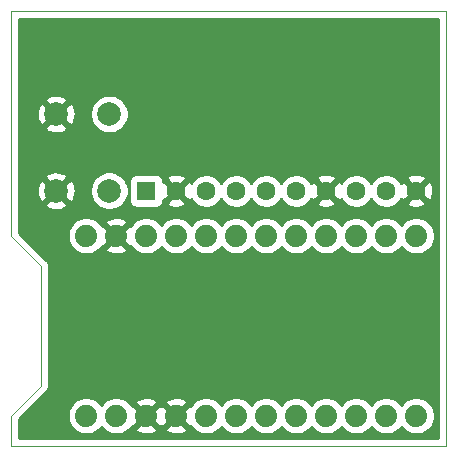
<source format=gbr>
G04 #@! TF.GenerationSoftware,KiCad,Pcbnew,5.1.5+dfsg1-2build2*
G04 #@! TF.CreationDate,2021-01-24T16:59:37+01:00*
G04 #@! TF.ProjectId,edtracker,65647472-6163-46b6-9572-2e6b69636164,rev?*
G04 #@! TF.SameCoordinates,Original*
G04 #@! TF.FileFunction,Copper,L2,Bot*
G04 #@! TF.FilePolarity,Positive*
%FSLAX46Y46*%
G04 Gerber Fmt 4.6, Leading zero omitted, Abs format (unit mm)*
G04 Created by KiCad (PCBNEW 5.1.5+dfsg1-2build2) date 2021-01-24 16:59:37*
%MOMM*%
%LPD*%
G04 APERTURE LIST*
%ADD10C,0.050000*%
%ADD11C,1.600000*%
%ADD12R,1.600000X1.600000*%
%ADD13C,1.879600*%
%ADD14C,2.000000*%
%ADD15C,0.254000*%
%ADD16C,0.350000*%
G04 APERTURE END LIST*
D10*
X140970000Y-100330000D02*
X140970000Y-119380000D01*
X177800000Y-100330000D02*
X140970000Y-100330000D01*
X177800000Y-137160000D02*
X177800000Y-100330000D01*
X140970000Y-137160000D02*
X177800000Y-137160000D01*
X140970000Y-134620000D02*
X140970000Y-137160000D01*
X143510000Y-132080000D02*
X140970000Y-134620000D01*
X143510000Y-121920000D02*
X143510000Y-132080000D01*
X140970000Y-119380000D02*
X143510000Y-121920000D01*
D11*
X175260000Y-115570000D03*
X172720000Y-115570000D03*
X170180000Y-115570000D03*
X167640000Y-115570000D03*
X165100000Y-115570000D03*
X162560000Y-115570000D03*
X160020000Y-115570000D03*
X157480000Y-115570000D03*
X154940000Y-115570000D03*
D12*
X152400000Y-115570000D03*
D13*
X147320000Y-119380000D03*
X149860000Y-119380000D03*
X152400000Y-119380000D03*
X154940000Y-119380000D03*
X157480000Y-119380000D03*
X160020000Y-119380000D03*
X162560000Y-119380000D03*
X165100000Y-119380000D03*
X167640000Y-119380000D03*
X170180000Y-119380000D03*
X172720000Y-119380000D03*
X175260000Y-119380000D03*
X175260000Y-134620000D03*
X172720000Y-134620000D03*
X170180000Y-134620000D03*
X167640000Y-134620000D03*
X165100000Y-134620000D03*
X162560000Y-134620000D03*
X160020000Y-134620000D03*
X157480000Y-134620000D03*
X154940000Y-134620000D03*
X152400000Y-134620000D03*
X149860000Y-134620000D03*
X147320000Y-134620000D03*
D14*
X144780000Y-109070000D03*
X149280000Y-109070000D03*
X144780000Y-115570000D03*
X149280000Y-115570000D03*
D15*
G36*
X177140000Y-136500000D02*
G01*
X141630000Y-136500000D01*
X141630000Y-134893380D01*
X142058484Y-134464896D01*
X145745200Y-134464896D01*
X145745200Y-134775104D01*
X145805718Y-135079352D01*
X145924430Y-135365948D01*
X146096773Y-135623877D01*
X146316123Y-135843227D01*
X146574052Y-136015570D01*
X146860648Y-136134282D01*
X147164896Y-136194800D01*
X147475104Y-136194800D01*
X147779352Y-136134282D01*
X148065948Y-136015570D01*
X148323877Y-135843227D01*
X148543227Y-135623877D01*
X148590000Y-135553876D01*
X148636773Y-135623877D01*
X148856123Y-135843227D01*
X149114052Y-136015570D01*
X149400648Y-136134282D01*
X149704896Y-136194800D01*
X150015104Y-136194800D01*
X150319352Y-136134282D01*
X150605948Y-136015570D01*
X150863877Y-135843227D01*
X150994628Y-135712476D01*
X151487129Y-135712476D01*
X151575623Y-135970723D01*
X151854976Y-136105597D01*
X152155275Y-136183381D01*
X152464977Y-136201084D01*
X152772184Y-136158027D01*
X153065086Y-136055865D01*
X153224377Y-135970723D01*
X153312871Y-135712476D01*
X154027129Y-135712476D01*
X154115623Y-135970723D01*
X154394976Y-136105597D01*
X154695275Y-136183381D01*
X155004977Y-136201084D01*
X155312184Y-136158027D01*
X155605086Y-136055865D01*
X155764377Y-135970723D01*
X155852871Y-135712476D01*
X154940000Y-134799605D01*
X154027129Y-135712476D01*
X153312871Y-135712476D01*
X152400000Y-134799605D01*
X151487129Y-135712476D01*
X150994628Y-135712476D01*
X151083227Y-135623877D01*
X151174495Y-135487286D01*
X151307524Y-135532871D01*
X152220395Y-134620000D01*
X152579605Y-134620000D01*
X153492476Y-135532871D01*
X153670000Y-135472039D01*
X153847524Y-135532871D01*
X154760395Y-134620000D01*
X155119605Y-134620000D01*
X156032476Y-135532871D01*
X156165505Y-135487286D01*
X156256773Y-135623877D01*
X156476123Y-135843227D01*
X156734052Y-136015570D01*
X157020648Y-136134282D01*
X157324896Y-136194800D01*
X157635104Y-136194800D01*
X157939352Y-136134282D01*
X158225948Y-136015570D01*
X158483877Y-135843227D01*
X158703227Y-135623877D01*
X158750000Y-135553876D01*
X158796773Y-135623877D01*
X159016123Y-135843227D01*
X159274052Y-136015570D01*
X159560648Y-136134282D01*
X159864896Y-136194800D01*
X160175104Y-136194800D01*
X160479352Y-136134282D01*
X160765948Y-136015570D01*
X161023877Y-135843227D01*
X161243227Y-135623877D01*
X161290000Y-135553876D01*
X161336773Y-135623877D01*
X161556123Y-135843227D01*
X161814052Y-136015570D01*
X162100648Y-136134282D01*
X162404896Y-136194800D01*
X162715104Y-136194800D01*
X163019352Y-136134282D01*
X163305948Y-136015570D01*
X163563877Y-135843227D01*
X163783227Y-135623877D01*
X163830000Y-135553876D01*
X163876773Y-135623877D01*
X164096123Y-135843227D01*
X164354052Y-136015570D01*
X164640648Y-136134282D01*
X164944896Y-136194800D01*
X165255104Y-136194800D01*
X165559352Y-136134282D01*
X165845948Y-136015570D01*
X166103877Y-135843227D01*
X166323227Y-135623877D01*
X166370000Y-135553876D01*
X166416773Y-135623877D01*
X166636123Y-135843227D01*
X166894052Y-136015570D01*
X167180648Y-136134282D01*
X167484896Y-136194800D01*
X167795104Y-136194800D01*
X168099352Y-136134282D01*
X168385948Y-136015570D01*
X168643877Y-135843227D01*
X168863227Y-135623877D01*
X168910000Y-135553876D01*
X168956773Y-135623877D01*
X169176123Y-135843227D01*
X169434052Y-136015570D01*
X169720648Y-136134282D01*
X170024896Y-136194800D01*
X170335104Y-136194800D01*
X170639352Y-136134282D01*
X170925948Y-136015570D01*
X171183877Y-135843227D01*
X171403227Y-135623877D01*
X171450000Y-135553876D01*
X171496773Y-135623877D01*
X171716123Y-135843227D01*
X171974052Y-136015570D01*
X172260648Y-136134282D01*
X172564896Y-136194800D01*
X172875104Y-136194800D01*
X173179352Y-136134282D01*
X173465948Y-136015570D01*
X173723877Y-135843227D01*
X173943227Y-135623877D01*
X173990000Y-135553876D01*
X174036773Y-135623877D01*
X174256123Y-135843227D01*
X174514052Y-136015570D01*
X174800648Y-136134282D01*
X175104896Y-136194800D01*
X175415104Y-136194800D01*
X175719352Y-136134282D01*
X176005948Y-136015570D01*
X176263877Y-135843227D01*
X176483227Y-135623877D01*
X176655570Y-135365948D01*
X176774282Y-135079352D01*
X176834800Y-134775104D01*
X176834800Y-134464896D01*
X176774282Y-134160648D01*
X176655570Y-133874052D01*
X176483227Y-133616123D01*
X176263877Y-133396773D01*
X176005948Y-133224430D01*
X175719352Y-133105718D01*
X175415104Y-133045200D01*
X175104896Y-133045200D01*
X174800648Y-133105718D01*
X174514052Y-133224430D01*
X174256123Y-133396773D01*
X174036773Y-133616123D01*
X173990000Y-133686124D01*
X173943227Y-133616123D01*
X173723877Y-133396773D01*
X173465948Y-133224430D01*
X173179352Y-133105718D01*
X172875104Y-133045200D01*
X172564896Y-133045200D01*
X172260648Y-133105718D01*
X171974052Y-133224430D01*
X171716123Y-133396773D01*
X171496773Y-133616123D01*
X171450000Y-133686124D01*
X171403227Y-133616123D01*
X171183877Y-133396773D01*
X170925948Y-133224430D01*
X170639352Y-133105718D01*
X170335104Y-133045200D01*
X170024896Y-133045200D01*
X169720648Y-133105718D01*
X169434052Y-133224430D01*
X169176123Y-133396773D01*
X168956773Y-133616123D01*
X168910000Y-133686124D01*
X168863227Y-133616123D01*
X168643877Y-133396773D01*
X168385948Y-133224430D01*
X168099352Y-133105718D01*
X167795104Y-133045200D01*
X167484896Y-133045200D01*
X167180648Y-133105718D01*
X166894052Y-133224430D01*
X166636123Y-133396773D01*
X166416773Y-133616123D01*
X166370000Y-133686124D01*
X166323227Y-133616123D01*
X166103877Y-133396773D01*
X165845948Y-133224430D01*
X165559352Y-133105718D01*
X165255104Y-133045200D01*
X164944896Y-133045200D01*
X164640648Y-133105718D01*
X164354052Y-133224430D01*
X164096123Y-133396773D01*
X163876773Y-133616123D01*
X163830000Y-133686124D01*
X163783227Y-133616123D01*
X163563877Y-133396773D01*
X163305948Y-133224430D01*
X163019352Y-133105718D01*
X162715104Y-133045200D01*
X162404896Y-133045200D01*
X162100648Y-133105718D01*
X161814052Y-133224430D01*
X161556123Y-133396773D01*
X161336773Y-133616123D01*
X161290000Y-133686124D01*
X161243227Y-133616123D01*
X161023877Y-133396773D01*
X160765948Y-133224430D01*
X160479352Y-133105718D01*
X160175104Y-133045200D01*
X159864896Y-133045200D01*
X159560648Y-133105718D01*
X159274052Y-133224430D01*
X159016123Y-133396773D01*
X158796773Y-133616123D01*
X158750000Y-133686124D01*
X158703227Y-133616123D01*
X158483877Y-133396773D01*
X158225948Y-133224430D01*
X157939352Y-133105718D01*
X157635104Y-133045200D01*
X157324896Y-133045200D01*
X157020648Y-133105718D01*
X156734052Y-133224430D01*
X156476123Y-133396773D01*
X156256773Y-133616123D01*
X156165505Y-133752714D01*
X156032476Y-133707129D01*
X155119605Y-134620000D01*
X154760395Y-134620000D01*
X153847524Y-133707129D01*
X153670000Y-133767961D01*
X153492476Y-133707129D01*
X152579605Y-134620000D01*
X152220395Y-134620000D01*
X151307524Y-133707129D01*
X151174495Y-133752714D01*
X151083227Y-133616123D01*
X150994628Y-133527524D01*
X151487129Y-133527524D01*
X152400000Y-134440395D01*
X153312871Y-133527524D01*
X154027129Y-133527524D01*
X154940000Y-134440395D01*
X155852871Y-133527524D01*
X155764377Y-133269277D01*
X155485024Y-133134403D01*
X155184725Y-133056619D01*
X154875023Y-133038916D01*
X154567816Y-133081973D01*
X154274914Y-133184135D01*
X154115623Y-133269277D01*
X154027129Y-133527524D01*
X153312871Y-133527524D01*
X153224377Y-133269277D01*
X152945024Y-133134403D01*
X152644725Y-133056619D01*
X152335023Y-133038916D01*
X152027816Y-133081973D01*
X151734914Y-133184135D01*
X151575623Y-133269277D01*
X151487129Y-133527524D01*
X150994628Y-133527524D01*
X150863877Y-133396773D01*
X150605948Y-133224430D01*
X150319352Y-133105718D01*
X150015104Y-133045200D01*
X149704896Y-133045200D01*
X149400648Y-133105718D01*
X149114052Y-133224430D01*
X148856123Y-133396773D01*
X148636773Y-133616123D01*
X148590000Y-133686124D01*
X148543227Y-133616123D01*
X148323877Y-133396773D01*
X148065948Y-133224430D01*
X147779352Y-133105718D01*
X147475104Y-133045200D01*
X147164896Y-133045200D01*
X146860648Y-133105718D01*
X146574052Y-133224430D01*
X146316123Y-133396773D01*
X146096773Y-133616123D01*
X145924430Y-133874052D01*
X145805718Y-134160648D01*
X145745200Y-134464896D01*
X142058484Y-134464896D01*
X143953769Y-132569612D01*
X143978948Y-132548948D01*
X144061425Y-132448450D01*
X144122710Y-132333793D01*
X144160450Y-132209383D01*
X144170000Y-132112419D01*
X144170000Y-132112410D01*
X144173192Y-132080001D01*
X144170000Y-132047592D01*
X144170000Y-121952408D01*
X144173192Y-121919999D01*
X144170000Y-121887590D01*
X144170000Y-121887581D01*
X144160450Y-121790617D01*
X144122710Y-121666207D01*
X144061425Y-121551550D01*
X143978948Y-121451052D01*
X143953770Y-121430389D01*
X141748277Y-119224896D01*
X145745200Y-119224896D01*
X145745200Y-119535104D01*
X145805718Y-119839352D01*
X145924430Y-120125948D01*
X146096773Y-120383877D01*
X146316123Y-120603227D01*
X146574052Y-120775570D01*
X146860648Y-120894282D01*
X147164896Y-120954800D01*
X147475104Y-120954800D01*
X147779352Y-120894282D01*
X148065948Y-120775570D01*
X148323877Y-120603227D01*
X148454628Y-120472476D01*
X148947129Y-120472476D01*
X149035623Y-120730723D01*
X149314976Y-120865597D01*
X149615275Y-120943381D01*
X149924977Y-120961084D01*
X150232184Y-120918027D01*
X150525086Y-120815865D01*
X150684377Y-120730723D01*
X150772871Y-120472476D01*
X149860000Y-119559605D01*
X148947129Y-120472476D01*
X148454628Y-120472476D01*
X148543227Y-120383877D01*
X148634495Y-120247286D01*
X148767524Y-120292871D01*
X149680395Y-119380000D01*
X150039605Y-119380000D01*
X150952476Y-120292871D01*
X151085505Y-120247286D01*
X151176773Y-120383877D01*
X151396123Y-120603227D01*
X151654052Y-120775570D01*
X151940648Y-120894282D01*
X152244896Y-120954800D01*
X152555104Y-120954800D01*
X152859352Y-120894282D01*
X153145948Y-120775570D01*
X153403877Y-120603227D01*
X153623227Y-120383877D01*
X153670000Y-120313876D01*
X153716773Y-120383877D01*
X153936123Y-120603227D01*
X154194052Y-120775570D01*
X154480648Y-120894282D01*
X154784896Y-120954800D01*
X155095104Y-120954800D01*
X155399352Y-120894282D01*
X155685948Y-120775570D01*
X155943877Y-120603227D01*
X156163227Y-120383877D01*
X156210000Y-120313876D01*
X156256773Y-120383877D01*
X156476123Y-120603227D01*
X156734052Y-120775570D01*
X157020648Y-120894282D01*
X157324896Y-120954800D01*
X157635104Y-120954800D01*
X157939352Y-120894282D01*
X158225948Y-120775570D01*
X158483877Y-120603227D01*
X158703227Y-120383877D01*
X158750000Y-120313876D01*
X158796773Y-120383877D01*
X159016123Y-120603227D01*
X159274052Y-120775570D01*
X159560648Y-120894282D01*
X159864896Y-120954800D01*
X160175104Y-120954800D01*
X160479352Y-120894282D01*
X160765948Y-120775570D01*
X161023877Y-120603227D01*
X161243227Y-120383877D01*
X161290000Y-120313876D01*
X161336773Y-120383877D01*
X161556123Y-120603227D01*
X161814052Y-120775570D01*
X162100648Y-120894282D01*
X162404896Y-120954800D01*
X162715104Y-120954800D01*
X163019352Y-120894282D01*
X163305948Y-120775570D01*
X163563877Y-120603227D01*
X163783227Y-120383877D01*
X163830000Y-120313876D01*
X163876773Y-120383877D01*
X164096123Y-120603227D01*
X164354052Y-120775570D01*
X164640648Y-120894282D01*
X164944896Y-120954800D01*
X165255104Y-120954800D01*
X165559352Y-120894282D01*
X165845948Y-120775570D01*
X166103877Y-120603227D01*
X166323227Y-120383877D01*
X166370000Y-120313876D01*
X166416773Y-120383877D01*
X166636123Y-120603227D01*
X166894052Y-120775570D01*
X167180648Y-120894282D01*
X167484896Y-120954800D01*
X167795104Y-120954800D01*
X168099352Y-120894282D01*
X168385948Y-120775570D01*
X168643877Y-120603227D01*
X168863227Y-120383877D01*
X168910000Y-120313876D01*
X168956773Y-120383877D01*
X169176123Y-120603227D01*
X169434052Y-120775570D01*
X169720648Y-120894282D01*
X170024896Y-120954800D01*
X170335104Y-120954800D01*
X170639352Y-120894282D01*
X170925948Y-120775570D01*
X171183877Y-120603227D01*
X171403227Y-120383877D01*
X171450000Y-120313876D01*
X171496773Y-120383877D01*
X171716123Y-120603227D01*
X171974052Y-120775570D01*
X172260648Y-120894282D01*
X172564896Y-120954800D01*
X172875104Y-120954800D01*
X173179352Y-120894282D01*
X173465948Y-120775570D01*
X173723877Y-120603227D01*
X173943227Y-120383877D01*
X173990000Y-120313876D01*
X174036773Y-120383877D01*
X174256123Y-120603227D01*
X174514052Y-120775570D01*
X174800648Y-120894282D01*
X175104896Y-120954800D01*
X175415104Y-120954800D01*
X175719352Y-120894282D01*
X176005948Y-120775570D01*
X176263877Y-120603227D01*
X176483227Y-120383877D01*
X176655570Y-120125948D01*
X176774282Y-119839352D01*
X176834800Y-119535104D01*
X176834800Y-119224896D01*
X176774282Y-118920648D01*
X176655570Y-118634052D01*
X176483227Y-118376123D01*
X176263877Y-118156773D01*
X176005948Y-117984430D01*
X175719352Y-117865718D01*
X175415104Y-117805200D01*
X175104896Y-117805200D01*
X174800648Y-117865718D01*
X174514052Y-117984430D01*
X174256123Y-118156773D01*
X174036773Y-118376123D01*
X173990000Y-118446124D01*
X173943227Y-118376123D01*
X173723877Y-118156773D01*
X173465948Y-117984430D01*
X173179352Y-117865718D01*
X172875104Y-117805200D01*
X172564896Y-117805200D01*
X172260648Y-117865718D01*
X171974052Y-117984430D01*
X171716123Y-118156773D01*
X171496773Y-118376123D01*
X171450000Y-118446124D01*
X171403227Y-118376123D01*
X171183877Y-118156773D01*
X170925948Y-117984430D01*
X170639352Y-117865718D01*
X170335104Y-117805200D01*
X170024896Y-117805200D01*
X169720648Y-117865718D01*
X169434052Y-117984430D01*
X169176123Y-118156773D01*
X168956773Y-118376123D01*
X168910000Y-118446124D01*
X168863227Y-118376123D01*
X168643877Y-118156773D01*
X168385948Y-117984430D01*
X168099352Y-117865718D01*
X167795104Y-117805200D01*
X167484896Y-117805200D01*
X167180648Y-117865718D01*
X166894052Y-117984430D01*
X166636123Y-118156773D01*
X166416773Y-118376123D01*
X166370000Y-118446124D01*
X166323227Y-118376123D01*
X166103877Y-118156773D01*
X165845948Y-117984430D01*
X165559352Y-117865718D01*
X165255104Y-117805200D01*
X164944896Y-117805200D01*
X164640648Y-117865718D01*
X164354052Y-117984430D01*
X164096123Y-118156773D01*
X163876773Y-118376123D01*
X163830000Y-118446124D01*
X163783227Y-118376123D01*
X163563877Y-118156773D01*
X163305948Y-117984430D01*
X163019352Y-117865718D01*
X162715104Y-117805200D01*
X162404896Y-117805200D01*
X162100648Y-117865718D01*
X161814052Y-117984430D01*
X161556123Y-118156773D01*
X161336773Y-118376123D01*
X161290000Y-118446124D01*
X161243227Y-118376123D01*
X161023877Y-118156773D01*
X160765948Y-117984430D01*
X160479352Y-117865718D01*
X160175104Y-117805200D01*
X159864896Y-117805200D01*
X159560648Y-117865718D01*
X159274052Y-117984430D01*
X159016123Y-118156773D01*
X158796773Y-118376123D01*
X158750000Y-118446124D01*
X158703227Y-118376123D01*
X158483877Y-118156773D01*
X158225948Y-117984430D01*
X157939352Y-117865718D01*
X157635104Y-117805200D01*
X157324896Y-117805200D01*
X157020648Y-117865718D01*
X156734052Y-117984430D01*
X156476123Y-118156773D01*
X156256773Y-118376123D01*
X156210000Y-118446124D01*
X156163227Y-118376123D01*
X155943877Y-118156773D01*
X155685948Y-117984430D01*
X155399352Y-117865718D01*
X155095104Y-117805200D01*
X154784896Y-117805200D01*
X154480648Y-117865718D01*
X154194052Y-117984430D01*
X153936123Y-118156773D01*
X153716773Y-118376123D01*
X153670000Y-118446124D01*
X153623227Y-118376123D01*
X153403877Y-118156773D01*
X153145948Y-117984430D01*
X152859352Y-117865718D01*
X152555104Y-117805200D01*
X152244896Y-117805200D01*
X151940648Y-117865718D01*
X151654052Y-117984430D01*
X151396123Y-118156773D01*
X151176773Y-118376123D01*
X151085505Y-118512714D01*
X150952476Y-118467129D01*
X150039605Y-119380000D01*
X149680395Y-119380000D01*
X148767524Y-118467129D01*
X148634495Y-118512714D01*
X148543227Y-118376123D01*
X148454628Y-118287524D01*
X148947129Y-118287524D01*
X149860000Y-119200395D01*
X150772871Y-118287524D01*
X150684377Y-118029277D01*
X150405024Y-117894403D01*
X150104725Y-117816619D01*
X149795023Y-117798916D01*
X149487816Y-117841973D01*
X149194914Y-117944135D01*
X149035623Y-118029277D01*
X148947129Y-118287524D01*
X148454628Y-118287524D01*
X148323877Y-118156773D01*
X148065948Y-117984430D01*
X147779352Y-117865718D01*
X147475104Y-117805200D01*
X147164896Y-117805200D01*
X146860648Y-117865718D01*
X146574052Y-117984430D01*
X146316123Y-118156773D01*
X146096773Y-118376123D01*
X145924430Y-118634052D01*
X145805718Y-118920648D01*
X145745200Y-119224896D01*
X141748277Y-119224896D01*
X141630000Y-119106620D01*
X141630000Y-116705413D01*
X143824192Y-116705413D01*
X143919956Y-116969814D01*
X144209571Y-117110704D01*
X144521108Y-117192384D01*
X144842595Y-117211718D01*
X145161675Y-117167961D01*
X145466088Y-117062795D01*
X145640044Y-116969814D01*
X145735808Y-116705413D01*
X144780000Y-115749605D01*
X143824192Y-116705413D01*
X141630000Y-116705413D01*
X141630000Y-115632595D01*
X143138282Y-115632595D01*
X143182039Y-115951675D01*
X143287205Y-116256088D01*
X143380186Y-116430044D01*
X143644587Y-116525808D01*
X144600395Y-115570000D01*
X144959605Y-115570000D01*
X145915413Y-116525808D01*
X146179814Y-116430044D01*
X146320704Y-116140429D01*
X146402384Y-115828892D01*
X146421718Y-115507405D01*
X146408219Y-115408967D01*
X147645000Y-115408967D01*
X147645000Y-115731033D01*
X147707832Y-116046912D01*
X147831082Y-116344463D01*
X148010013Y-116612252D01*
X148237748Y-116839987D01*
X148505537Y-117018918D01*
X148803088Y-117142168D01*
X149118967Y-117205000D01*
X149441033Y-117205000D01*
X149756912Y-117142168D01*
X150054463Y-117018918D01*
X150322252Y-116839987D01*
X150549987Y-116612252D01*
X150728918Y-116344463D01*
X150852168Y-116046912D01*
X150915000Y-115731033D01*
X150915000Y-115408967D01*
X150852168Y-115093088D01*
X150728918Y-114795537D01*
X150711855Y-114770000D01*
X150961928Y-114770000D01*
X150961928Y-116370000D01*
X150974188Y-116494482D01*
X151010498Y-116614180D01*
X151069463Y-116724494D01*
X151148815Y-116821185D01*
X151245506Y-116900537D01*
X151355820Y-116959502D01*
X151475518Y-116995812D01*
X151600000Y-117008072D01*
X153200000Y-117008072D01*
X153324482Y-116995812D01*
X153444180Y-116959502D01*
X153554494Y-116900537D01*
X153651185Y-116821185D01*
X153730537Y-116724494D01*
X153789502Y-116614180D01*
X153805117Y-116562702D01*
X154126903Y-116562702D01*
X154198486Y-116806671D01*
X154453996Y-116927571D01*
X154728184Y-116996300D01*
X155010512Y-117010217D01*
X155290130Y-116968787D01*
X155556292Y-116873603D01*
X155681514Y-116806671D01*
X155753097Y-116562702D01*
X154940000Y-115749605D01*
X154126903Y-116562702D01*
X153805117Y-116562702D01*
X153825812Y-116494482D01*
X153838072Y-116370000D01*
X153838072Y-116351049D01*
X153947298Y-116383097D01*
X154760395Y-115570000D01*
X155119605Y-115570000D01*
X155932702Y-116383097D01*
X156176671Y-116311514D01*
X156207194Y-116247008D01*
X156208320Y-116249727D01*
X156365363Y-116484759D01*
X156565241Y-116684637D01*
X156800273Y-116841680D01*
X157061426Y-116949853D01*
X157338665Y-117005000D01*
X157621335Y-117005000D01*
X157898574Y-116949853D01*
X158159727Y-116841680D01*
X158394759Y-116684637D01*
X158594637Y-116484759D01*
X158750000Y-116252241D01*
X158905363Y-116484759D01*
X159105241Y-116684637D01*
X159340273Y-116841680D01*
X159601426Y-116949853D01*
X159878665Y-117005000D01*
X160161335Y-117005000D01*
X160438574Y-116949853D01*
X160699727Y-116841680D01*
X160934759Y-116684637D01*
X161134637Y-116484759D01*
X161290000Y-116252241D01*
X161445363Y-116484759D01*
X161645241Y-116684637D01*
X161880273Y-116841680D01*
X162141426Y-116949853D01*
X162418665Y-117005000D01*
X162701335Y-117005000D01*
X162978574Y-116949853D01*
X163239727Y-116841680D01*
X163474759Y-116684637D01*
X163674637Y-116484759D01*
X163830000Y-116252241D01*
X163985363Y-116484759D01*
X164185241Y-116684637D01*
X164420273Y-116841680D01*
X164681426Y-116949853D01*
X164958665Y-117005000D01*
X165241335Y-117005000D01*
X165518574Y-116949853D01*
X165779727Y-116841680D01*
X166014759Y-116684637D01*
X166136694Y-116562702D01*
X166826903Y-116562702D01*
X166898486Y-116806671D01*
X167153996Y-116927571D01*
X167428184Y-116996300D01*
X167710512Y-117010217D01*
X167990130Y-116968787D01*
X168256292Y-116873603D01*
X168381514Y-116806671D01*
X168453097Y-116562702D01*
X167640000Y-115749605D01*
X166826903Y-116562702D01*
X166136694Y-116562702D01*
X166214637Y-116484759D01*
X166370915Y-116250872D01*
X166403329Y-116311514D01*
X166647298Y-116383097D01*
X167460395Y-115570000D01*
X167819605Y-115570000D01*
X168632702Y-116383097D01*
X168876671Y-116311514D01*
X168907194Y-116247008D01*
X168908320Y-116249727D01*
X169065363Y-116484759D01*
X169265241Y-116684637D01*
X169500273Y-116841680D01*
X169761426Y-116949853D01*
X170038665Y-117005000D01*
X170321335Y-117005000D01*
X170598574Y-116949853D01*
X170859727Y-116841680D01*
X171094759Y-116684637D01*
X171294637Y-116484759D01*
X171450000Y-116252241D01*
X171605363Y-116484759D01*
X171805241Y-116684637D01*
X172040273Y-116841680D01*
X172301426Y-116949853D01*
X172578665Y-117005000D01*
X172861335Y-117005000D01*
X173138574Y-116949853D01*
X173399727Y-116841680D01*
X173634759Y-116684637D01*
X173756694Y-116562702D01*
X174446903Y-116562702D01*
X174518486Y-116806671D01*
X174773996Y-116927571D01*
X175048184Y-116996300D01*
X175330512Y-117010217D01*
X175610130Y-116968787D01*
X175876292Y-116873603D01*
X176001514Y-116806671D01*
X176073097Y-116562702D01*
X175260000Y-115749605D01*
X174446903Y-116562702D01*
X173756694Y-116562702D01*
X173834637Y-116484759D01*
X173990915Y-116250872D01*
X174023329Y-116311514D01*
X174267298Y-116383097D01*
X175080395Y-115570000D01*
X175439605Y-115570000D01*
X176252702Y-116383097D01*
X176496671Y-116311514D01*
X176617571Y-116056004D01*
X176686300Y-115781816D01*
X176700217Y-115499488D01*
X176658787Y-115219870D01*
X176563603Y-114953708D01*
X176496671Y-114828486D01*
X176252702Y-114756903D01*
X175439605Y-115570000D01*
X175080395Y-115570000D01*
X174267298Y-114756903D01*
X174023329Y-114828486D01*
X173992806Y-114892992D01*
X173991680Y-114890273D01*
X173834637Y-114655241D01*
X173756694Y-114577298D01*
X174446903Y-114577298D01*
X175260000Y-115390395D01*
X176073097Y-114577298D01*
X176001514Y-114333329D01*
X175746004Y-114212429D01*
X175471816Y-114143700D01*
X175189488Y-114129783D01*
X174909870Y-114171213D01*
X174643708Y-114266397D01*
X174518486Y-114333329D01*
X174446903Y-114577298D01*
X173756694Y-114577298D01*
X173634759Y-114455363D01*
X173399727Y-114298320D01*
X173138574Y-114190147D01*
X172861335Y-114135000D01*
X172578665Y-114135000D01*
X172301426Y-114190147D01*
X172040273Y-114298320D01*
X171805241Y-114455363D01*
X171605363Y-114655241D01*
X171450000Y-114887759D01*
X171294637Y-114655241D01*
X171094759Y-114455363D01*
X170859727Y-114298320D01*
X170598574Y-114190147D01*
X170321335Y-114135000D01*
X170038665Y-114135000D01*
X169761426Y-114190147D01*
X169500273Y-114298320D01*
X169265241Y-114455363D01*
X169065363Y-114655241D01*
X168909085Y-114889128D01*
X168876671Y-114828486D01*
X168632702Y-114756903D01*
X167819605Y-115570000D01*
X167460395Y-115570000D01*
X166647298Y-114756903D01*
X166403329Y-114828486D01*
X166372806Y-114892992D01*
X166371680Y-114890273D01*
X166214637Y-114655241D01*
X166136694Y-114577298D01*
X166826903Y-114577298D01*
X167640000Y-115390395D01*
X168453097Y-114577298D01*
X168381514Y-114333329D01*
X168126004Y-114212429D01*
X167851816Y-114143700D01*
X167569488Y-114129783D01*
X167289870Y-114171213D01*
X167023708Y-114266397D01*
X166898486Y-114333329D01*
X166826903Y-114577298D01*
X166136694Y-114577298D01*
X166014759Y-114455363D01*
X165779727Y-114298320D01*
X165518574Y-114190147D01*
X165241335Y-114135000D01*
X164958665Y-114135000D01*
X164681426Y-114190147D01*
X164420273Y-114298320D01*
X164185241Y-114455363D01*
X163985363Y-114655241D01*
X163830000Y-114887759D01*
X163674637Y-114655241D01*
X163474759Y-114455363D01*
X163239727Y-114298320D01*
X162978574Y-114190147D01*
X162701335Y-114135000D01*
X162418665Y-114135000D01*
X162141426Y-114190147D01*
X161880273Y-114298320D01*
X161645241Y-114455363D01*
X161445363Y-114655241D01*
X161290000Y-114887759D01*
X161134637Y-114655241D01*
X160934759Y-114455363D01*
X160699727Y-114298320D01*
X160438574Y-114190147D01*
X160161335Y-114135000D01*
X159878665Y-114135000D01*
X159601426Y-114190147D01*
X159340273Y-114298320D01*
X159105241Y-114455363D01*
X158905363Y-114655241D01*
X158750000Y-114887759D01*
X158594637Y-114655241D01*
X158394759Y-114455363D01*
X158159727Y-114298320D01*
X157898574Y-114190147D01*
X157621335Y-114135000D01*
X157338665Y-114135000D01*
X157061426Y-114190147D01*
X156800273Y-114298320D01*
X156565241Y-114455363D01*
X156365363Y-114655241D01*
X156209085Y-114889128D01*
X156176671Y-114828486D01*
X155932702Y-114756903D01*
X155119605Y-115570000D01*
X154760395Y-115570000D01*
X153947298Y-114756903D01*
X153838072Y-114788951D01*
X153838072Y-114770000D01*
X153825812Y-114645518D01*
X153805118Y-114577298D01*
X154126903Y-114577298D01*
X154940000Y-115390395D01*
X155753097Y-114577298D01*
X155681514Y-114333329D01*
X155426004Y-114212429D01*
X155151816Y-114143700D01*
X154869488Y-114129783D01*
X154589870Y-114171213D01*
X154323708Y-114266397D01*
X154198486Y-114333329D01*
X154126903Y-114577298D01*
X153805118Y-114577298D01*
X153789502Y-114525820D01*
X153730537Y-114415506D01*
X153651185Y-114318815D01*
X153554494Y-114239463D01*
X153444180Y-114180498D01*
X153324482Y-114144188D01*
X153200000Y-114131928D01*
X151600000Y-114131928D01*
X151475518Y-114144188D01*
X151355820Y-114180498D01*
X151245506Y-114239463D01*
X151148815Y-114318815D01*
X151069463Y-114415506D01*
X151010498Y-114525820D01*
X150974188Y-114645518D01*
X150961928Y-114770000D01*
X150711855Y-114770000D01*
X150549987Y-114527748D01*
X150322252Y-114300013D01*
X150054463Y-114121082D01*
X149756912Y-113997832D01*
X149441033Y-113935000D01*
X149118967Y-113935000D01*
X148803088Y-113997832D01*
X148505537Y-114121082D01*
X148237748Y-114300013D01*
X148010013Y-114527748D01*
X147831082Y-114795537D01*
X147707832Y-115093088D01*
X147645000Y-115408967D01*
X146408219Y-115408967D01*
X146377961Y-115188325D01*
X146272795Y-114883912D01*
X146179814Y-114709956D01*
X145915413Y-114614192D01*
X144959605Y-115570000D01*
X144600395Y-115570000D01*
X143644587Y-114614192D01*
X143380186Y-114709956D01*
X143239296Y-114999571D01*
X143157616Y-115311108D01*
X143138282Y-115632595D01*
X141630000Y-115632595D01*
X141630000Y-114434587D01*
X143824192Y-114434587D01*
X144780000Y-115390395D01*
X145735808Y-114434587D01*
X145640044Y-114170186D01*
X145350429Y-114029296D01*
X145038892Y-113947616D01*
X144717405Y-113928282D01*
X144398325Y-113972039D01*
X144093912Y-114077205D01*
X143919956Y-114170186D01*
X143824192Y-114434587D01*
X141630000Y-114434587D01*
X141630000Y-110205413D01*
X143824192Y-110205413D01*
X143919956Y-110469814D01*
X144209571Y-110610704D01*
X144521108Y-110692384D01*
X144842595Y-110711718D01*
X145161675Y-110667961D01*
X145466088Y-110562795D01*
X145640044Y-110469814D01*
X145735808Y-110205413D01*
X144780000Y-109249605D01*
X143824192Y-110205413D01*
X141630000Y-110205413D01*
X141630000Y-109132595D01*
X143138282Y-109132595D01*
X143182039Y-109451675D01*
X143287205Y-109756088D01*
X143380186Y-109930044D01*
X143644587Y-110025808D01*
X144600395Y-109070000D01*
X144959605Y-109070000D01*
X145915413Y-110025808D01*
X146179814Y-109930044D01*
X146320704Y-109640429D01*
X146402384Y-109328892D01*
X146421718Y-109007405D01*
X146408219Y-108908967D01*
X147645000Y-108908967D01*
X147645000Y-109231033D01*
X147707832Y-109546912D01*
X147831082Y-109844463D01*
X148010013Y-110112252D01*
X148237748Y-110339987D01*
X148505537Y-110518918D01*
X148803088Y-110642168D01*
X149118967Y-110705000D01*
X149441033Y-110705000D01*
X149756912Y-110642168D01*
X150054463Y-110518918D01*
X150322252Y-110339987D01*
X150549987Y-110112252D01*
X150728918Y-109844463D01*
X150852168Y-109546912D01*
X150915000Y-109231033D01*
X150915000Y-108908967D01*
X150852168Y-108593088D01*
X150728918Y-108295537D01*
X150549987Y-108027748D01*
X150322252Y-107800013D01*
X150054463Y-107621082D01*
X149756912Y-107497832D01*
X149441033Y-107435000D01*
X149118967Y-107435000D01*
X148803088Y-107497832D01*
X148505537Y-107621082D01*
X148237748Y-107800013D01*
X148010013Y-108027748D01*
X147831082Y-108295537D01*
X147707832Y-108593088D01*
X147645000Y-108908967D01*
X146408219Y-108908967D01*
X146377961Y-108688325D01*
X146272795Y-108383912D01*
X146179814Y-108209956D01*
X145915413Y-108114192D01*
X144959605Y-109070000D01*
X144600395Y-109070000D01*
X143644587Y-108114192D01*
X143380186Y-108209956D01*
X143239296Y-108499571D01*
X143157616Y-108811108D01*
X143138282Y-109132595D01*
X141630000Y-109132595D01*
X141630000Y-107934587D01*
X143824192Y-107934587D01*
X144780000Y-108890395D01*
X145735808Y-107934587D01*
X145640044Y-107670186D01*
X145350429Y-107529296D01*
X145038892Y-107447616D01*
X144717405Y-107428282D01*
X144398325Y-107472039D01*
X144093912Y-107577205D01*
X143919956Y-107670186D01*
X143824192Y-107934587D01*
X141630000Y-107934587D01*
X141630000Y-100990000D01*
X177140001Y-100990000D01*
X177140000Y-136500000D01*
G37*
X177140000Y-136500000D02*
X141630000Y-136500000D01*
X141630000Y-134893380D01*
X142058484Y-134464896D01*
X145745200Y-134464896D01*
X145745200Y-134775104D01*
X145805718Y-135079352D01*
X145924430Y-135365948D01*
X146096773Y-135623877D01*
X146316123Y-135843227D01*
X146574052Y-136015570D01*
X146860648Y-136134282D01*
X147164896Y-136194800D01*
X147475104Y-136194800D01*
X147779352Y-136134282D01*
X148065948Y-136015570D01*
X148323877Y-135843227D01*
X148543227Y-135623877D01*
X148590000Y-135553876D01*
X148636773Y-135623877D01*
X148856123Y-135843227D01*
X149114052Y-136015570D01*
X149400648Y-136134282D01*
X149704896Y-136194800D01*
X150015104Y-136194800D01*
X150319352Y-136134282D01*
X150605948Y-136015570D01*
X150863877Y-135843227D01*
X150994628Y-135712476D01*
X151487129Y-135712476D01*
X151575623Y-135970723D01*
X151854976Y-136105597D01*
X152155275Y-136183381D01*
X152464977Y-136201084D01*
X152772184Y-136158027D01*
X153065086Y-136055865D01*
X153224377Y-135970723D01*
X153312871Y-135712476D01*
X154027129Y-135712476D01*
X154115623Y-135970723D01*
X154394976Y-136105597D01*
X154695275Y-136183381D01*
X155004977Y-136201084D01*
X155312184Y-136158027D01*
X155605086Y-136055865D01*
X155764377Y-135970723D01*
X155852871Y-135712476D01*
X154940000Y-134799605D01*
X154027129Y-135712476D01*
X153312871Y-135712476D01*
X152400000Y-134799605D01*
X151487129Y-135712476D01*
X150994628Y-135712476D01*
X151083227Y-135623877D01*
X151174495Y-135487286D01*
X151307524Y-135532871D01*
X152220395Y-134620000D01*
X152579605Y-134620000D01*
X153492476Y-135532871D01*
X153670000Y-135472039D01*
X153847524Y-135532871D01*
X154760395Y-134620000D01*
X155119605Y-134620000D01*
X156032476Y-135532871D01*
X156165505Y-135487286D01*
X156256773Y-135623877D01*
X156476123Y-135843227D01*
X156734052Y-136015570D01*
X157020648Y-136134282D01*
X157324896Y-136194800D01*
X157635104Y-136194800D01*
X157939352Y-136134282D01*
X158225948Y-136015570D01*
X158483877Y-135843227D01*
X158703227Y-135623877D01*
X158750000Y-135553876D01*
X158796773Y-135623877D01*
X159016123Y-135843227D01*
X159274052Y-136015570D01*
X159560648Y-136134282D01*
X159864896Y-136194800D01*
X160175104Y-136194800D01*
X160479352Y-136134282D01*
X160765948Y-136015570D01*
X161023877Y-135843227D01*
X161243227Y-135623877D01*
X161290000Y-135553876D01*
X161336773Y-135623877D01*
X161556123Y-135843227D01*
X161814052Y-136015570D01*
X162100648Y-136134282D01*
X162404896Y-136194800D01*
X162715104Y-136194800D01*
X163019352Y-136134282D01*
X163305948Y-136015570D01*
X163563877Y-135843227D01*
X163783227Y-135623877D01*
X163830000Y-135553876D01*
X163876773Y-135623877D01*
X164096123Y-135843227D01*
X164354052Y-136015570D01*
X164640648Y-136134282D01*
X164944896Y-136194800D01*
X165255104Y-136194800D01*
X165559352Y-136134282D01*
X165845948Y-136015570D01*
X166103877Y-135843227D01*
X166323227Y-135623877D01*
X166370000Y-135553876D01*
X166416773Y-135623877D01*
X166636123Y-135843227D01*
X166894052Y-136015570D01*
X167180648Y-136134282D01*
X167484896Y-136194800D01*
X167795104Y-136194800D01*
X168099352Y-136134282D01*
X168385948Y-136015570D01*
X168643877Y-135843227D01*
X168863227Y-135623877D01*
X168910000Y-135553876D01*
X168956773Y-135623877D01*
X169176123Y-135843227D01*
X169434052Y-136015570D01*
X169720648Y-136134282D01*
X170024896Y-136194800D01*
X170335104Y-136194800D01*
X170639352Y-136134282D01*
X170925948Y-136015570D01*
X171183877Y-135843227D01*
X171403227Y-135623877D01*
X171450000Y-135553876D01*
X171496773Y-135623877D01*
X171716123Y-135843227D01*
X171974052Y-136015570D01*
X172260648Y-136134282D01*
X172564896Y-136194800D01*
X172875104Y-136194800D01*
X173179352Y-136134282D01*
X173465948Y-136015570D01*
X173723877Y-135843227D01*
X173943227Y-135623877D01*
X173990000Y-135553876D01*
X174036773Y-135623877D01*
X174256123Y-135843227D01*
X174514052Y-136015570D01*
X174800648Y-136134282D01*
X175104896Y-136194800D01*
X175415104Y-136194800D01*
X175719352Y-136134282D01*
X176005948Y-136015570D01*
X176263877Y-135843227D01*
X176483227Y-135623877D01*
X176655570Y-135365948D01*
X176774282Y-135079352D01*
X176834800Y-134775104D01*
X176834800Y-134464896D01*
X176774282Y-134160648D01*
X176655570Y-133874052D01*
X176483227Y-133616123D01*
X176263877Y-133396773D01*
X176005948Y-133224430D01*
X175719352Y-133105718D01*
X175415104Y-133045200D01*
X175104896Y-133045200D01*
X174800648Y-133105718D01*
X174514052Y-133224430D01*
X174256123Y-133396773D01*
X174036773Y-133616123D01*
X173990000Y-133686124D01*
X173943227Y-133616123D01*
X173723877Y-133396773D01*
X173465948Y-133224430D01*
X173179352Y-133105718D01*
X172875104Y-133045200D01*
X172564896Y-133045200D01*
X172260648Y-133105718D01*
X171974052Y-133224430D01*
X171716123Y-133396773D01*
X171496773Y-133616123D01*
X171450000Y-133686124D01*
X171403227Y-133616123D01*
X171183877Y-133396773D01*
X170925948Y-133224430D01*
X170639352Y-133105718D01*
X170335104Y-133045200D01*
X170024896Y-133045200D01*
X169720648Y-133105718D01*
X169434052Y-133224430D01*
X169176123Y-133396773D01*
X168956773Y-133616123D01*
X168910000Y-133686124D01*
X168863227Y-133616123D01*
X168643877Y-133396773D01*
X168385948Y-133224430D01*
X168099352Y-133105718D01*
X167795104Y-133045200D01*
X167484896Y-133045200D01*
X167180648Y-133105718D01*
X166894052Y-133224430D01*
X166636123Y-133396773D01*
X166416773Y-133616123D01*
X166370000Y-133686124D01*
X166323227Y-133616123D01*
X166103877Y-133396773D01*
X165845948Y-133224430D01*
X165559352Y-133105718D01*
X165255104Y-133045200D01*
X164944896Y-133045200D01*
X164640648Y-133105718D01*
X164354052Y-133224430D01*
X164096123Y-133396773D01*
X163876773Y-133616123D01*
X163830000Y-133686124D01*
X163783227Y-133616123D01*
X163563877Y-133396773D01*
X163305948Y-133224430D01*
X163019352Y-133105718D01*
X162715104Y-133045200D01*
X162404896Y-133045200D01*
X162100648Y-133105718D01*
X161814052Y-133224430D01*
X161556123Y-133396773D01*
X161336773Y-133616123D01*
X161290000Y-133686124D01*
X161243227Y-133616123D01*
X161023877Y-133396773D01*
X160765948Y-133224430D01*
X160479352Y-133105718D01*
X160175104Y-133045200D01*
X159864896Y-133045200D01*
X159560648Y-133105718D01*
X159274052Y-133224430D01*
X159016123Y-133396773D01*
X158796773Y-133616123D01*
X158750000Y-133686124D01*
X158703227Y-133616123D01*
X158483877Y-133396773D01*
X158225948Y-133224430D01*
X157939352Y-133105718D01*
X157635104Y-133045200D01*
X157324896Y-133045200D01*
X157020648Y-133105718D01*
X156734052Y-133224430D01*
X156476123Y-133396773D01*
X156256773Y-133616123D01*
X156165505Y-133752714D01*
X156032476Y-133707129D01*
X155119605Y-134620000D01*
X154760395Y-134620000D01*
X153847524Y-133707129D01*
X153670000Y-133767961D01*
X153492476Y-133707129D01*
X152579605Y-134620000D01*
X152220395Y-134620000D01*
X151307524Y-133707129D01*
X151174495Y-133752714D01*
X151083227Y-133616123D01*
X150994628Y-133527524D01*
X151487129Y-133527524D01*
X152400000Y-134440395D01*
X153312871Y-133527524D01*
X154027129Y-133527524D01*
X154940000Y-134440395D01*
X155852871Y-133527524D01*
X155764377Y-133269277D01*
X155485024Y-133134403D01*
X155184725Y-133056619D01*
X154875023Y-133038916D01*
X154567816Y-133081973D01*
X154274914Y-133184135D01*
X154115623Y-133269277D01*
X154027129Y-133527524D01*
X153312871Y-133527524D01*
X153224377Y-133269277D01*
X152945024Y-133134403D01*
X152644725Y-133056619D01*
X152335023Y-133038916D01*
X152027816Y-133081973D01*
X151734914Y-133184135D01*
X151575623Y-133269277D01*
X151487129Y-133527524D01*
X150994628Y-133527524D01*
X150863877Y-133396773D01*
X150605948Y-133224430D01*
X150319352Y-133105718D01*
X150015104Y-133045200D01*
X149704896Y-133045200D01*
X149400648Y-133105718D01*
X149114052Y-133224430D01*
X148856123Y-133396773D01*
X148636773Y-133616123D01*
X148590000Y-133686124D01*
X148543227Y-133616123D01*
X148323877Y-133396773D01*
X148065948Y-133224430D01*
X147779352Y-133105718D01*
X147475104Y-133045200D01*
X147164896Y-133045200D01*
X146860648Y-133105718D01*
X146574052Y-133224430D01*
X146316123Y-133396773D01*
X146096773Y-133616123D01*
X145924430Y-133874052D01*
X145805718Y-134160648D01*
X145745200Y-134464896D01*
X142058484Y-134464896D01*
X143953769Y-132569612D01*
X143978948Y-132548948D01*
X144061425Y-132448450D01*
X144122710Y-132333793D01*
X144160450Y-132209383D01*
X144170000Y-132112419D01*
X144170000Y-132112410D01*
X144173192Y-132080001D01*
X144170000Y-132047592D01*
X144170000Y-121952408D01*
X144173192Y-121919999D01*
X144170000Y-121887590D01*
X144170000Y-121887581D01*
X144160450Y-121790617D01*
X144122710Y-121666207D01*
X144061425Y-121551550D01*
X143978948Y-121451052D01*
X143953770Y-121430389D01*
X141748277Y-119224896D01*
X145745200Y-119224896D01*
X145745200Y-119535104D01*
X145805718Y-119839352D01*
X145924430Y-120125948D01*
X146096773Y-120383877D01*
X146316123Y-120603227D01*
X146574052Y-120775570D01*
X146860648Y-120894282D01*
X147164896Y-120954800D01*
X147475104Y-120954800D01*
X147779352Y-120894282D01*
X148065948Y-120775570D01*
X148323877Y-120603227D01*
X148454628Y-120472476D01*
X148947129Y-120472476D01*
X149035623Y-120730723D01*
X149314976Y-120865597D01*
X149615275Y-120943381D01*
X149924977Y-120961084D01*
X150232184Y-120918027D01*
X150525086Y-120815865D01*
X150684377Y-120730723D01*
X150772871Y-120472476D01*
X149860000Y-119559605D01*
X148947129Y-120472476D01*
X148454628Y-120472476D01*
X148543227Y-120383877D01*
X148634495Y-120247286D01*
X148767524Y-120292871D01*
X149680395Y-119380000D01*
X150039605Y-119380000D01*
X150952476Y-120292871D01*
X151085505Y-120247286D01*
X151176773Y-120383877D01*
X151396123Y-120603227D01*
X151654052Y-120775570D01*
X151940648Y-120894282D01*
X152244896Y-120954800D01*
X152555104Y-120954800D01*
X152859352Y-120894282D01*
X153145948Y-120775570D01*
X153403877Y-120603227D01*
X153623227Y-120383877D01*
X153670000Y-120313876D01*
X153716773Y-120383877D01*
X153936123Y-120603227D01*
X154194052Y-120775570D01*
X154480648Y-120894282D01*
X154784896Y-120954800D01*
X155095104Y-120954800D01*
X155399352Y-120894282D01*
X155685948Y-120775570D01*
X155943877Y-120603227D01*
X156163227Y-120383877D01*
X156210000Y-120313876D01*
X156256773Y-120383877D01*
X156476123Y-120603227D01*
X156734052Y-120775570D01*
X157020648Y-120894282D01*
X157324896Y-120954800D01*
X157635104Y-120954800D01*
X157939352Y-120894282D01*
X158225948Y-120775570D01*
X158483877Y-120603227D01*
X158703227Y-120383877D01*
X158750000Y-120313876D01*
X158796773Y-120383877D01*
X159016123Y-120603227D01*
X159274052Y-120775570D01*
X159560648Y-120894282D01*
X159864896Y-120954800D01*
X160175104Y-120954800D01*
X160479352Y-120894282D01*
X160765948Y-120775570D01*
X161023877Y-120603227D01*
X161243227Y-120383877D01*
X161290000Y-120313876D01*
X161336773Y-120383877D01*
X161556123Y-120603227D01*
X161814052Y-120775570D01*
X162100648Y-120894282D01*
X162404896Y-120954800D01*
X162715104Y-120954800D01*
X163019352Y-120894282D01*
X163305948Y-120775570D01*
X163563877Y-120603227D01*
X163783227Y-120383877D01*
X163830000Y-120313876D01*
X163876773Y-120383877D01*
X164096123Y-120603227D01*
X164354052Y-120775570D01*
X164640648Y-120894282D01*
X164944896Y-120954800D01*
X165255104Y-120954800D01*
X165559352Y-120894282D01*
X165845948Y-120775570D01*
X166103877Y-120603227D01*
X166323227Y-120383877D01*
X166370000Y-120313876D01*
X166416773Y-120383877D01*
X166636123Y-120603227D01*
X166894052Y-120775570D01*
X167180648Y-120894282D01*
X167484896Y-120954800D01*
X167795104Y-120954800D01*
X168099352Y-120894282D01*
X168385948Y-120775570D01*
X168643877Y-120603227D01*
X168863227Y-120383877D01*
X168910000Y-120313876D01*
X168956773Y-120383877D01*
X169176123Y-120603227D01*
X169434052Y-120775570D01*
X169720648Y-120894282D01*
X170024896Y-120954800D01*
X170335104Y-120954800D01*
X170639352Y-120894282D01*
X170925948Y-120775570D01*
X171183877Y-120603227D01*
X171403227Y-120383877D01*
X171450000Y-120313876D01*
X171496773Y-120383877D01*
X171716123Y-120603227D01*
X171974052Y-120775570D01*
X172260648Y-120894282D01*
X172564896Y-120954800D01*
X172875104Y-120954800D01*
X173179352Y-120894282D01*
X173465948Y-120775570D01*
X173723877Y-120603227D01*
X173943227Y-120383877D01*
X173990000Y-120313876D01*
X174036773Y-120383877D01*
X174256123Y-120603227D01*
X174514052Y-120775570D01*
X174800648Y-120894282D01*
X175104896Y-120954800D01*
X175415104Y-120954800D01*
X175719352Y-120894282D01*
X176005948Y-120775570D01*
X176263877Y-120603227D01*
X176483227Y-120383877D01*
X176655570Y-120125948D01*
X176774282Y-119839352D01*
X176834800Y-119535104D01*
X176834800Y-119224896D01*
X176774282Y-118920648D01*
X176655570Y-118634052D01*
X176483227Y-118376123D01*
X176263877Y-118156773D01*
X176005948Y-117984430D01*
X175719352Y-117865718D01*
X175415104Y-117805200D01*
X175104896Y-117805200D01*
X174800648Y-117865718D01*
X174514052Y-117984430D01*
X174256123Y-118156773D01*
X174036773Y-118376123D01*
X173990000Y-118446124D01*
X173943227Y-118376123D01*
X173723877Y-118156773D01*
X173465948Y-117984430D01*
X173179352Y-117865718D01*
X172875104Y-117805200D01*
X172564896Y-117805200D01*
X172260648Y-117865718D01*
X171974052Y-117984430D01*
X171716123Y-118156773D01*
X171496773Y-118376123D01*
X171450000Y-118446124D01*
X171403227Y-118376123D01*
X171183877Y-118156773D01*
X170925948Y-117984430D01*
X170639352Y-117865718D01*
X170335104Y-117805200D01*
X170024896Y-117805200D01*
X169720648Y-117865718D01*
X169434052Y-117984430D01*
X169176123Y-118156773D01*
X168956773Y-118376123D01*
X168910000Y-118446124D01*
X168863227Y-118376123D01*
X168643877Y-118156773D01*
X168385948Y-117984430D01*
X168099352Y-117865718D01*
X167795104Y-117805200D01*
X167484896Y-117805200D01*
X167180648Y-117865718D01*
X166894052Y-117984430D01*
X166636123Y-118156773D01*
X166416773Y-118376123D01*
X166370000Y-118446124D01*
X166323227Y-118376123D01*
X166103877Y-118156773D01*
X165845948Y-117984430D01*
X165559352Y-117865718D01*
X165255104Y-117805200D01*
X164944896Y-117805200D01*
X164640648Y-117865718D01*
X164354052Y-117984430D01*
X164096123Y-118156773D01*
X163876773Y-118376123D01*
X163830000Y-118446124D01*
X163783227Y-118376123D01*
X163563877Y-118156773D01*
X163305948Y-117984430D01*
X163019352Y-117865718D01*
X162715104Y-117805200D01*
X162404896Y-117805200D01*
X162100648Y-117865718D01*
X161814052Y-117984430D01*
X161556123Y-118156773D01*
X161336773Y-118376123D01*
X161290000Y-118446124D01*
X161243227Y-118376123D01*
X161023877Y-118156773D01*
X160765948Y-117984430D01*
X160479352Y-117865718D01*
X160175104Y-117805200D01*
X159864896Y-117805200D01*
X159560648Y-117865718D01*
X159274052Y-117984430D01*
X159016123Y-118156773D01*
X158796773Y-118376123D01*
X158750000Y-118446124D01*
X158703227Y-118376123D01*
X158483877Y-118156773D01*
X158225948Y-117984430D01*
X157939352Y-117865718D01*
X157635104Y-117805200D01*
X157324896Y-117805200D01*
X157020648Y-117865718D01*
X156734052Y-117984430D01*
X156476123Y-118156773D01*
X156256773Y-118376123D01*
X156210000Y-118446124D01*
X156163227Y-118376123D01*
X155943877Y-118156773D01*
X155685948Y-117984430D01*
X155399352Y-117865718D01*
X155095104Y-117805200D01*
X154784896Y-117805200D01*
X154480648Y-117865718D01*
X154194052Y-117984430D01*
X153936123Y-118156773D01*
X153716773Y-118376123D01*
X153670000Y-118446124D01*
X153623227Y-118376123D01*
X153403877Y-118156773D01*
X153145948Y-117984430D01*
X152859352Y-117865718D01*
X152555104Y-117805200D01*
X152244896Y-117805200D01*
X151940648Y-117865718D01*
X151654052Y-117984430D01*
X151396123Y-118156773D01*
X151176773Y-118376123D01*
X151085505Y-118512714D01*
X150952476Y-118467129D01*
X150039605Y-119380000D01*
X149680395Y-119380000D01*
X148767524Y-118467129D01*
X148634495Y-118512714D01*
X148543227Y-118376123D01*
X148454628Y-118287524D01*
X148947129Y-118287524D01*
X149860000Y-119200395D01*
X150772871Y-118287524D01*
X150684377Y-118029277D01*
X150405024Y-117894403D01*
X150104725Y-117816619D01*
X149795023Y-117798916D01*
X149487816Y-117841973D01*
X149194914Y-117944135D01*
X149035623Y-118029277D01*
X148947129Y-118287524D01*
X148454628Y-118287524D01*
X148323877Y-118156773D01*
X148065948Y-117984430D01*
X147779352Y-117865718D01*
X147475104Y-117805200D01*
X147164896Y-117805200D01*
X146860648Y-117865718D01*
X146574052Y-117984430D01*
X146316123Y-118156773D01*
X146096773Y-118376123D01*
X145924430Y-118634052D01*
X145805718Y-118920648D01*
X145745200Y-119224896D01*
X141748277Y-119224896D01*
X141630000Y-119106620D01*
X141630000Y-116705413D01*
X143824192Y-116705413D01*
X143919956Y-116969814D01*
X144209571Y-117110704D01*
X144521108Y-117192384D01*
X144842595Y-117211718D01*
X145161675Y-117167961D01*
X145466088Y-117062795D01*
X145640044Y-116969814D01*
X145735808Y-116705413D01*
X144780000Y-115749605D01*
X143824192Y-116705413D01*
X141630000Y-116705413D01*
X141630000Y-115632595D01*
X143138282Y-115632595D01*
X143182039Y-115951675D01*
X143287205Y-116256088D01*
X143380186Y-116430044D01*
X143644587Y-116525808D01*
X144600395Y-115570000D01*
X144959605Y-115570000D01*
X145915413Y-116525808D01*
X146179814Y-116430044D01*
X146320704Y-116140429D01*
X146402384Y-115828892D01*
X146421718Y-115507405D01*
X146408219Y-115408967D01*
X147645000Y-115408967D01*
X147645000Y-115731033D01*
X147707832Y-116046912D01*
X147831082Y-116344463D01*
X148010013Y-116612252D01*
X148237748Y-116839987D01*
X148505537Y-117018918D01*
X148803088Y-117142168D01*
X149118967Y-117205000D01*
X149441033Y-117205000D01*
X149756912Y-117142168D01*
X150054463Y-117018918D01*
X150322252Y-116839987D01*
X150549987Y-116612252D01*
X150728918Y-116344463D01*
X150852168Y-116046912D01*
X150915000Y-115731033D01*
X150915000Y-115408967D01*
X150852168Y-115093088D01*
X150728918Y-114795537D01*
X150711855Y-114770000D01*
X150961928Y-114770000D01*
X150961928Y-116370000D01*
X150974188Y-116494482D01*
X151010498Y-116614180D01*
X151069463Y-116724494D01*
X151148815Y-116821185D01*
X151245506Y-116900537D01*
X151355820Y-116959502D01*
X151475518Y-116995812D01*
X151600000Y-117008072D01*
X153200000Y-117008072D01*
X153324482Y-116995812D01*
X153444180Y-116959502D01*
X153554494Y-116900537D01*
X153651185Y-116821185D01*
X153730537Y-116724494D01*
X153789502Y-116614180D01*
X153805117Y-116562702D01*
X154126903Y-116562702D01*
X154198486Y-116806671D01*
X154453996Y-116927571D01*
X154728184Y-116996300D01*
X155010512Y-117010217D01*
X155290130Y-116968787D01*
X155556292Y-116873603D01*
X155681514Y-116806671D01*
X155753097Y-116562702D01*
X154940000Y-115749605D01*
X154126903Y-116562702D01*
X153805117Y-116562702D01*
X153825812Y-116494482D01*
X153838072Y-116370000D01*
X153838072Y-116351049D01*
X153947298Y-116383097D01*
X154760395Y-115570000D01*
X155119605Y-115570000D01*
X155932702Y-116383097D01*
X156176671Y-116311514D01*
X156207194Y-116247008D01*
X156208320Y-116249727D01*
X156365363Y-116484759D01*
X156565241Y-116684637D01*
X156800273Y-116841680D01*
X157061426Y-116949853D01*
X157338665Y-117005000D01*
X157621335Y-117005000D01*
X157898574Y-116949853D01*
X158159727Y-116841680D01*
X158394759Y-116684637D01*
X158594637Y-116484759D01*
X158750000Y-116252241D01*
X158905363Y-116484759D01*
X159105241Y-116684637D01*
X159340273Y-116841680D01*
X159601426Y-116949853D01*
X159878665Y-117005000D01*
X160161335Y-117005000D01*
X160438574Y-116949853D01*
X160699727Y-116841680D01*
X160934759Y-116684637D01*
X161134637Y-116484759D01*
X161290000Y-116252241D01*
X161445363Y-116484759D01*
X161645241Y-116684637D01*
X161880273Y-116841680D01*
X162141426Y-116949853D01*
X162418665Y-117005000D01*
X162701335Y-117005000D01*
X162978574Y-116949853D01*
X163239727Y-116841680D01*
X163474759Y-116684637D01*
X163674637Y-116484759D01*
X163830000Y-116252241D01*
X163985363Y-116484759D01*
X164185241Y-116684637D01*
X164420273Y-116841680D01*
X164681426Y-116949853D01*
X164958665Y-117005000D01*
X165241335Y-117005000D01*
X165518574Y-116949853D01*
X165779727Y-116841680D01*
X166014759Y-116684637D01*
X166136694Y-116562702D01*
X166826903Y-116562702D01*
X166898486Y-116806671D01*
X167153996Y-116927571D01*
X167428184Y-116996300D01*
X167710512Y-117010217D01*
X167990130Y-116968787D01*
X168256292Y-116873603D01*
X168381514Y-116806671D01*
X168453097Y-116562702D01*
X167640000Y-115749605D01*
X166826903Y-116562702D01*
X166136694Y-116562702D01*
X166214637Y-116484759D01*
X166370915Y-116250872D01*
X166403329Y-116311514D01*
X166647298Y-116383097D01*
X167460395Y-115570000D01*
X167819605Y-115570000D01*
X168632702Y-116383097D01*
X168876671Y-116311514D01*
X168907194Y-116247008D01*
X168908320Y-116249727D01*
X169065363Y-116484759D01*
X169265241Y-116684637D01*
X169500273Y-116841680D01*
X169761426Y-116949853D01*
X170038665Y-117005000D01*
X170321335Y-117005000D01*
X170598574Y-116949853D01*
X170859727Y-116841680D01*
X171094759Y-116684637D01*
X171294637Y-116484759D01*
X171450000Y-116252241D01*
X171605363Y-116484759D01*
X171805241Y-116684637D01*
X172040273Y-116841680D01*
X172301426Y-116949853D01*
X172578665Y-117005000D01*
X172861335Y-117005000D01*
X173138574Y-116949853D01*
X173399727Y-116841680D01*
X173634759Y-116684637D01*
X173756694Y-116562702D01*
X174446903Y-116562702D01*
X174518486Y-116806671D01*
X174773996Y-116927571D01*
X175048184Y-116996300D01*
X175330512Y-117010217D01*
X175610130Y-116968787D01*
X175876292Y-116873603D01*
X176001514Y-116806671D01*
X176073097Y-116562702D01*
X175260000Y-115749605D01*
X174446903Y-116562702D01*
X173756694Y-116562702D01*
X173834637Y-116484759D01*
X173990915Y-116250872D01*
X174023329Y-116311514D01*
X174267298Y-116383097D01*
X175080395Y-115570000D01*
X175439605Y-115570000D01*
X176252702Y-116383097D01*
X176496671Y-116311514D01*
X176617571Y-116056004D01*
X176686300Y-115781816D01*
X176700217Y-115499488D01*
X176658787Y-115219870D01*
X176563603Y-114953708D01*
X176496671Y-114828486D01*
X176252702Y-114756903D01*
X175439605Y-115570000D01*
X175080395Y-115570000D01*
X174267298Y-114756903D01*
X174023329Y-114828486D01*
X173992806Y-114892992D01*
X173991680Y-114890273D01*
X173834637Y-114655241D01*
X173756694Y-114577298D01*
X174446903Y-114577298D01*
X175260000Y-115390395D01*
X176073097Y-114577298D01*
X176001514Y-114333329D01*
X175746004Y-114212429D01*
X175471816Y-114143700D01*
X175189488Y-114129783D01*
X174909870Y-114171213D01*
X174643708Y-114266397D01*
X174518486Y-114333329D01*
X174446903Y-114577298D01*
X173756694Y-114577298D01*
X173634759Y-114455363D01*
X173399727Y-114298320D01*
X173138574Y-114190147D01*
X172861335Y-114135000D01*
X172578665Y-114135000D01*
X172301426Y-114190147D01*
X172040273Y-114298320D01*
X171805241Y-114455363D01*
X171605363Y-114655241D01*
X171450000Y-114887759D01*
X171294637Y-114655241D01*
X171094759Y-114455363D01*
X170859727Y-114298320D01*
X170598574Y-114190147D01*
X170321335Y-114135000D01*
X170038665Y-114135000D01*
X169761426Y-114190147D01*
X169500273Y-114298320D01*
X169265241Y-114455363D01*
X169065363Y-114655241D01*
X168909085Y-114889128D01*
X168876671Y-114828486D01*
X168632702Y-114756903D01*
X167819605Y-115570000D01*
X167460395Y-115570000D01*
X166647298Y-114756903D01*
X166403329Y-114828486D01*
X166372806Y-114892992D01*
X166371680Y-114890273D01*
X166214637Y-114655241D01*
X166136694Y-114577298D01*
X166826903Y-114577298D01*
X167640000Y-115390395D01*
X168453097Y-114577298D01*
X168381514Y-114333329D01*
X168126004Y-114212429D01*
X167851816Y-114143700D01*
X167569488Y-114129783D01*
X167289870Y-114171213D01*
X167023708Y-114266397D01*
X166898486Y-114333329D01*
X166826903Y-114577298D01*
X166136694Y-114577298D01*
X166014759Y-114455363D01*
X165779727Y-114298320D01*
X165518574Y-114190147D01*
X165241335Y-114135000D01*
X164958665Y-114135000D01*
X164681426Y-114190147D01*
X164420273Y-114298320D01*
X164185241Y-114455363D01*
X163985363Y-114655241D01*
X163830000Y-114887759D01*
X163674637Y-114655241D01*
X163474759Y-114455363D01*
X163239727Y-114298320D01*
X162978574Y-114190147D01*
X162701335Y-114135000D01*
X162418665Y-114135000D01*
X162141426Y-114190147D01*
X161880273Y-114298320D01*
X161645241Y-114455363D01*
X161445363Y-114655241D01*
X161290000Y-114887759D01*
X161134637Y-114655241D01*
X160934759Y-114455363D01*
X160699727Y-114298320D01*
X160438574Y-114190147D01*
X160161335Y-114135000D01*
X159878665Y-114135000D01*
X159601426Y-114190147D01*
X159340273Y-114298320D01*
X159105241Y-114455363D01*
X158905363Y-114655241D01*
X158750000Y-114887759D01*
X158594637Y-114655241D01*
X158394759Y-114455363D01*
X158159727Y-114298320D01*
X157898574Y-114190147D01*
X157621335Y-114135000D01*
X157338665Y-114135000D01*
X157061426Y-114190147D01*
X156800273Y-114298320D01*
X156565241Y-114455363D01*
X156365363Y-114655241D01*
X156209085Y-114889128D01*
X156176671Y-114828486D01*
X155932702Y-114756903D01*
X155119605Y-115570000D01*
X154760395Y-115570000D01*
X153947298Y-114756903D01*
X153838072Y-114788951D01*
X153838072Y-114770000D01*
X153825812Y-114645518D01*
X153805118Y-114577298D01*
X154126903Y-114577298D01*
X154940000Y-115390395D01*
X155753097Y-114577298D01*
X155681514Y-114333329D01*
X155426004Y-114212429D01*
X155151816Y-114143700D01*
X154869488Y-114129783D01*
X154589870Y-114171213D01*
X154323708Y-114266397D01*
X154198486Y-114333329D01*
X154126903Y-114577298D01*
X153805118Y-114577298D01*
X153789502Y-114525820D01*
X153730537Y-114415506D01*
X153651185Y-114318815D01*
X153554494Y-114239463D01*
X153444180Y-114180498D01*
X153324482Y-114144188D01*
X153200000Y-114131928D01*
X151600000Y-114131928D01*
X151475518Y-114144188D01*
X151355820Y-114180498D01*
X151245506Y-114239463D01*
X151148815Y-114318815D01*
X151069463Y-114415506D01*
X151010498Y-114525820D01*
X150974188Y-114645518D01*
X150961928Y-114770000D01*
X150711855Y-114770000D01*
X150549987Y-114527748D01*
X150322252Y-114300013D01*
X150054463Y-114121082D01*
X149756912Y-113997832D01*
X149441033Y-113935000D01*
X149118967Y-113935000D01*
X148803088Y-113997832D01*
X148505537Y-114121082D01*
X148237748Y-114300013D01*
X148010013Y-114527748D01*
X147831082Y-114795537D01*
X147707832Y-115093088D01*
X147645000Y-115408967D01*
X146408219Y-115408967D01*
X146377961Y-115188325D01*
X146272795Y-114883912D01*
X146179814Y-114709956D01*
X145915413Y-114614192D01*
X144959605Y-115570000D01*
X144600395Y-115570000D01*
X143644587Y-114614192D01*
X143380186Y-114709956D01*
X143239296Y-114999571D01*
X143157616Y-115311108D01*
X143138282Y-115632595D01*
X141630000Y-115632595D01*
X141630000Y-114434587D01*
X143824192Y-114434587D01*
X144780000Y-115390395D01*
X145735808Y-114434587D01*
X145640044Y-114170186D01*
X145350429Y-114029296D01*
X145038892Y-113947616D01*
X144717405Y-113928282D01*
X144398325Y-113972039D01*
X144093912Y-114077205D01*
X143919956Y-114170186D01*
X143824192Y-114434587D01*
X141630000Y-114434587D01*
X141630000Y-110205413D01*
X143824192Y-110205413D01*
X143919956Y-110469814D01*
X144209571Y-110610704D01*
X144521108Y-110692384D01*
X144842595Y-110711718D01*
X145161675Y-110667961D01*
X145466088Y-110562795D01*
X145640044Y-110469814D01*
X145735808Y-110205413D01*
X144780000Y-109249605D01*
X143824192Y-110205413D01*
X141630000Y-110205413D01*
X141630000Y-109132595D01*
X143138282Y-109132595D01*
X143182039Y-109451675D01*
X143287205Y-109756088D01*
X143380186Y-109930044D01*
X143644587Y-110025808D01*
X144600395Y-109070000D01*
X144959605Y-109070000D01*
X145915413Y-110025808D01*
X146179814Y-109930044D01*
X146320704Y-109640429D01*
X146402384Y-109328892D01*
X146421718Y-109007405D01*
X146408219Y-108908967D01*
X147645000Y-108908967D01*
X147645000Y-109231033D01*
X147707832Y-109546912D01*
X147831082Y-109844463D01*
X148010013Y-110112252D01*
X148237748Y-110339987D01*
X148505537Y-110518918D01*
X148803088Y-110642168D01*
X149118967Y-110705000D01*
X149441033Y-110705000D01*
X149756912Y-110642168D01*
X150054463Y-110518918D01*
X150322252Y-110339987D01*
X150549987Y-110112252D01*
X150728918Y-109844463D01*
X150852168Y-109546912D01*
X150915000Y-109231033D01*
X150915000Y-108908967D01*
X150852168Y-108593088D01*
X150728918Y-108295537D01*
X150549987Y-108027748D01*
X150322252Y-107800013D01*
X150054463Y-107621082D01*
X149756912Y-107497832D01*
X149441033Y-107435000D01*
X149118967Y-107435000D01*
X148803088Y-107497832D01*
X148505537Y-107621082D01*
X148237748Y-107800013D01*
X148010013Y-108027748D01*
X147831082Y-108295537D01*
X147707832Y-108593088D01*
X147645000Y-108908967D01*
X146408219Y-108908967D01*
X146377961Y-108688325D01*
X146272795Y-108383912D01*
X146179814Y-108209956D01*
X145915413Y-108114192D01*
X144959605Y-109070000D01*
X144600395Y-109070000D01*
X143644587Y-108114192D01*
X143380186Y-108209956D01*
X143239296Y-108499571D01*
X143157616Y-108811108D01*
X143138282Y-109132595D01*
X141630000Y-109132595D01*
X141630000Y-107934587D01*
X143824192Y-107934587D01*
X144780000Y-108890395D01*
X145735808Y-107934587D01*
X145640044Y-107670186D01*
X145350429Y-107529296D01*
X145038892Y-107447616D01*
X144717405Y-107428282D01*
X144398325Y-107472039D01*
X144093912Y-107577205D01*
X143919956Y-107670186D01*
X143824192Y-107934587D01*
X141630000Y-107934587D01*
X141630000Y-100990000D01*
X177140001Y-100990000D01*
X177140000Y-136500000D01*
D16*
X175260000Y-115570000D03*
X172720000Y-115570000D03*
X170180000Y-115570000D03*
X167640000Y-115570000D03*
X165100000Y-115570000D03*
X162560000Y-115570000D03*
X160020000Y-115570000D03*
X157480000Y-115570000D03*
X154940000Y-115570000D03*
X152400000Y-115570000D03*
X147320000Y-119380000D03*
X149860000Y-119380000D03*
X152400000Y-119380000D03*
X154940000Y-119380000D03*
X157480000Y-119380000D03*
X160020000Y-119380000D03*
X162560000Y-119380000D03*
X165100000Y-119380000D03*
X167640000Y-119380000D03*
X170180000Y-119380000D03*
X172720000Y-119380000D03*
X175260000Y-119380000D03*
X175260000Y-134620000D03*
X172720000Y-134620000D03*
X170180000Y-134620000D03*
X167640000Y-134620000D03*
X165100000Y-134620000D03*
X162560000Y-134620000D03*
X160020000Y-134620000D03*
X157480000Y-134620000D03*
X154940000Y-134620000D03*
X152400000Y-134620000D03*
X149860000Y-134620000D03*
X147320000Y-134620000D03*
X144780000Y-109070000D03*
X149280000Y-109070000D03*
X144780000Y-115570000D03*
X149280000Y-115570000D03*
M02*

</source>
